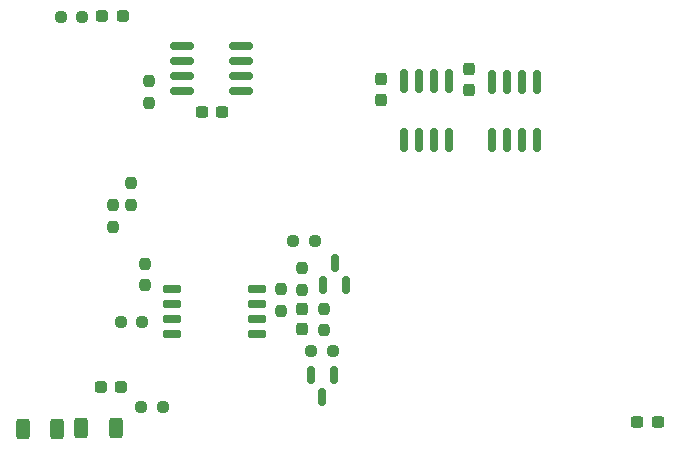
<source format=gbr>
%TF.GenerationSoftware,KiCad,Pcbnew,8.0.9-8.0.9-0~ubuntu22.04.1*%
%TF.CreationDate,2025-04-19T21:52:58-05:00*%
%TF.ProjectId,test_board,74657374-5f62-46f6-9172-642e6b696361,rev?*%
%TF.SameCoordinates,Original*%
%TF.FileFunction,Paste,Top*%
%TF.FilePolarity,Positive*%
%FSLAX46Y46*%
G04 Gerber Fmt 4.6, Leading zero omitted, Abs format (unit mm)*
G04 Created by KiCad (PCBNEW 8.0.9-8.0.9-0~ubuntu22.04.1) date 2025-04-19 21:52:58*
%MOMM*%
%LPD*%
G01*
G04 APERTURE LIST*
G04 Aperture macros list*
%AMRoundRect*
0 Rectangle with rounded corners*
0 $1 Rounding radius*
0 $2 $3 $4 $5 $6 $7 $8 $9 X,Y pos of 4 corners*
0 Add a 4 corners polygon primitive as box body*
4,1,4,$2,$3,$4,$5,$6,$7,$8,$9,$2,$3,0*
0 Add four circle primitives for the rounded corners*
1,1,$1+$1,$2,$3*
1,1,$1+$1,$4,$5*
1,1,$1+$1,$6,$7*
1,1,$1+$1,$8,$9*
0 Add four rect primitives between the rounded corners*
20,1,$1+$1,$2,$3,$4,$5,0*
20,1,$1+$1,$4,$5,$6,$7,0*
20,1,$1+$1,$6,$7,$8,$9,0*
20,1,$1+$1,$8,$9,$2,$3,0*%
G04 Aperture macros list end*
%ADD10RoundRect,0.150000X0.150000X-0.587500X0.150000X0.587500X-0.150000X0.587500X-0.150000X-0.587500X0*%
%ADD11RoundRect,0.237500X-0.237500X0.250000X-0.237500X-0.250000X0.237500X-0.250000X0.237500X0.250000X0*%
%ADD12RoundRect,0.150000X-0.650000X-0.150000X0.650000X-0.150000X0.650000X0.150000X-0.650000X0.150000X0*%
%ADD13RoundRect,0.237500X-0.287500X-0.237500X0.287500X-0.237500X0.287500X0.237500X-0.287500X0.237500X0*%
%ADD14RoundRect,0.237500X0.300000X0.237500X-0.300000X0.237500X-0.300000X-0.237500X0.300000X-0.237500X0*%
%ADD15RoundRect,0.237500X0.287500X0.237500X-0.287500X0.237500X-0.287500X-0.237500X0.287500X-0.237500X0*%
%ADD16RoundRect,0.237500X0.237500X-0.250000X0.237500X0.250000X-0.237500X0.250000X-0.237500X-0.250000X0*%
%ADD17RoundRect,0.150000X0.150000X-0.825000X0.150000X0.825000X-0.150000X0.825000X-0.150000X-0.825000X0*%
%ADD18RoundRect,0.237500X-0.250000X-0.237500X0.250000X-0.237500X0.250000X0.237500X-0.250000X0.237500X0*%
%ADD19RoundRect,0.237500X0.237500X-0.300000X0.237500X0.300000X-0.237500X0.300000X-0.237500X-0.300000X0*%
%ADD20RoundRect,0.250000X0.312500X0.625000X-0.312500X0.625000X-0.312500X-0.625000X0.312500X-0.625000X0*%
%ADD21RoundRect,0.150000X-0.150000X0.587500X-0.150000X-0.587500X0.150000X-0.587500X0.150000X0.587500X0*%
%ADD22RoundRect,0.237500X0.250000X0.237500X-0.250000X0.237500X-0.250000X-0.237500X0.250000X-0.237500X0*%
%ADD23RoundRect,0.150000X0.825000X0.150000X-0.825000X0.150000X-0.825000X-0.150000X0.825000X-0.150000X0*%
G04 APERTURE END LIST*
D10*
%TO.C,Q2*%
X145892930Y-71276968D03*
X146842930Y-73151968D03*
X144942930Y-73151968D03*
%TD*%
D11*
%TO.C,R1*%
X129840000Y-71332499D03*
X129840000Y-73157499D03*
%TD*%
D12*
%TO.C,U2*%
X139300000Y-73459999D03*
X139300000Y-74729999D03*
X139300000Y-75999999D03*
X139300000Y-77269999D03*
X132100000Y-77269999D03*
X132100000Y-75999999D03*
X132100000Y-74729999D03*
X132100000Y-73459999D03*
%TD*%
D13*
%TO.C,DS2*%
X126215000Y-50390000D03*
X127965000Y-50390000D03*
%TD*%
D14*
%TO.C,C4*%
X136372500Y-58460000D03*
X134647500Y-58460000D03*
%TD*%
D15*
%TO.C,DS1*%
X127825000Y-81800000D03*
X126075000Y-81800000D03*
%TD*%
D16*
%TO.C,R14*%
X130190000Y-57712500D03*
X130190000Y-55887500D03*
%TD*%
D17*
%TO.C,U1*%
X151775000Y-60835000D03*
X153045000Y-60835000D03*
X154315000Y-60835000D03*
X155585000Y-60835000D03*
X155585000Y-55885000D03*
X154315000Y-55885000D03*
X153045000Y-55885000D03*
X151775000Y-55885000D03*
%TD*%
D16*
%TO.C,R13*%
X143120000Y-73532500D03*
X143120000Y-71707500D03*
%TD*%
D18*
%TO.C,R4*%
X129537500Y-83450000D03*
X131362500Y-83450000D03*
%TD*%
D17*
%TO.C,U3*%
X159225000Y-60875000D03*
X160495000Y-60875000D03*
X161765000Y-60875000D03*
X163035000Y-60875000D03*
X163035000Y-55925000D03*
X161765000Y-55925000D03*
X160495000Y-55925000D03*
X159225000Y-55925000D03*
%TD*%
D19*
%TO.C,C5*%
X149840000Y-55727500D03*
X149840000Y-57452500D03*
%TD*%
D20*
%TO.C,R9*%
X122422500Y-85320000D03*
X119497500Y-85320000D03*
%TD*%
D18*
%TO.C,R3*%
X127787500Y-76250000D03*
X129612500Y-76250000D03*
%TD*%
D19*
%TO.C,C3*%
X157300000Y-56602500D03*
X157300000Y-54877500D03*
%TD*%
D21*
%TO.C,Q1*%
X145800000Y-80720000D03*
X143900000Y-80720000D03*
X144850000Y-82595000D03*
%TD*%
D14*
%TO.C,C1*%
X173262500Y-84750000D03*
X171537500Y-84750000D03*
%TD*%
D20*
%TO.C,R8*%
X127382500Y-85260000D03*
X124457500Y-85260000D03*
%TD*%
D22*
%TO.C,R5*%
X124542500Y-50400000D03*
X122717500Y-50400000D03*
%TD*%
%TO.C,R12*%
X142377500Y-69420000D03*
X144202500Y-69420000D03*
%TD*%
%TO.C,R10*%
X145750000Y-78717500D03*
X143925000Y-78717500D03*
%TD*%
D23*
%TO.C,U4*%
X137955000Y-56735000D03*
X137955000Y-55465000D03*
X137955000Y-54195000D03*
X137955000Y-52925000D03*
X133005000Y-52925000D03*
X133005000Y-54195000D03*
X133005000Y-55465000D03*
X133005000Y-56735000D03*
%TD*%
D16*
%TO.C,R6*%
X128650000Y-66362500D03*
X128650000Y-64537500D03*
%TD*%
D11*
%TO.C,R7*%
X127110000Y-68192500D03*
X127110000Y-66367500D03*
%TD*%
D19*
%TO.C,C2*%
X143110000Y-76862500D03*
X143110000Y-75137500D03*
%TD*%
D11*
%TO.C,R11*%
X145030000Y-75127500D03*
X145030000Y-76952500D03*
%TD*%
%TO.C,R2*%
X141350000Y-73492499D03*
X141350000Y-75317499D03*
%TD*%
M02*

</source>
